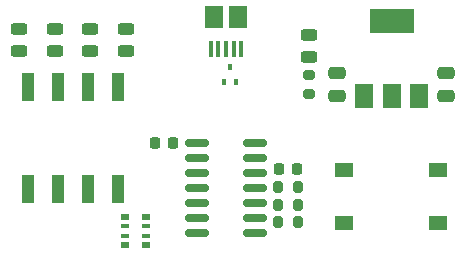
<source format=gtp>
%TF.GenerationSoftware,KiCad,Pcbnew,(6.0.2)*%
%TF.CreationDate,2022-05-16T10:18:48+01:00*%
%TF.ProjectId,mcp_breadboard,6d63705f-6272-4656-9164-626f6172642e,rev?*%
%TF.SameCoordinates,Original*%
%TF.FileFunction,Paste,Top*%
%TF.FilePolarity,Positive*%
%FSLAX46Y46*%
G04 Gerber Fmt 4.6, Leading zero omitted, Abs format (unit mm)*
G04 Created by KiCad (PCBNEW (6.0.2)) date 2022-05-16 10:18:48*
%MOMM*%
%LPD*%
G01*
G04 APERTURE LIST*
G04 Aperture macros list*
%AMRoundRect*
0 Rectangle with rounded corners*
0 $1 Rounding radius*
0 $2 $3 $4 $5 $6 $7 $8 $9 X,Y pos of 4 corners*
0 Add a 4 corners polygon primitive as box body*
4,1,4,$2,$3,$4,$5,$6,$7,$8,$9,$2,$3,0*
0 Add four circle primitives for the rounded corners*
1,1,$1+$1,$2,$3*
1,1,$1+$1,$4,$5*
1,1,$1+$1,$6,$7*
1,1,$1+$1,$8,$9*
0 Add four rect primitives between the rounded corners*
20,1,$1+$1,$2,$3,$4,$5,0*
20,1,$1+$1,$4,$5,$6,$7,0*
20,1,$1+$1,$6,$7,$8,$9,0*
20,1,$1+$1,$8,$9,$2,$3,0*%
G04 Aperture macros list end*
%ADD10RoundRect,0.250000X0.475000X-0.250000X0.475000X0.250000X-0.475000X0.250000X-0.475000X-0.250000X0*%
%ADD11RoundRect,0.200000X-0.200000X-0.275000X0.200000X-0.275000X0.200000X0.275000X-0.200000X0.275000X0*%
%ADD12RoundRect,0.243750X0.456250X-0.243750X0.456250X0.243750X-0.456250X0.243750X-0.456250X-0.243750X0*%
%ADD13R,1.500000X2.000000*%
%ADD14R,3.800000X2.000000*%
%ADD15R,0.400000X0.510000*%
%ADD16R,0.400000X1.350000*%
%ADD17R,1.500000X1.900000*%
%ADD18R,1.550000X1.300000*%
%ADD19RoundRect,0.150000X-0.825000X-0.150000X0.825000X-0.150000X0.825000X0.150000X-0.825000X0.150000X0*%
%ADD20RoundRect,0.225000X0.225000X0.250000X-0.225000X0.250000X-0.225000X-0.250000X0.225000X-0.250000X0*%
%ADD21RoundRect,0.243750X-0.456250X0.243750X-0.456250X-0.243750X0.456250X-0.243750X0.456250X0.243750X0*%
%ADD22RoundRect,0.225000X-0.225000X-0.250000X0.225000X-0.250000X0.225000X0.250000X-0.225000X0.250000X0*%
%ADD23R,1.120000X2.440000*%
%ADD24RoundRect,0.200000X-0.275000X0.200000X-0.275000X-0.200000X0.275000X-0.200000X0.275000X0.200000X0*%
%ADD25R,0.800000X0.500000*%
%ADD26R,0.800000X0.400000*%
G04 APERTURE END LIST*
D10*
%TO.C,C4*%
X68600000Y-36450000D03*
X68600000Y-34550000D03*
%TD*%
D11*
%TO.C,R2*%
X54425000Y-45650000D03*
X56075000Y-45650000D03*
%TD*%
D12*
%TO.C,D3*%
X35500000Y-32677500D03*
X35500000Y-30802500D03*
%TD*%
D13*
%TO.C,U2*%
X61710000Y-36440000D03*
D14*
X64010000Y-30140000D03*
D13*
X64010000Y-36440000D03*
X66310000Y-36440000D03*
%TD*%
D11*
%TO.C,R3*%
X54425000Y-44150000D03*
X56075000Y-44150000D03*
%TD*%
D12*
%TO.C,D4*%
X32500000Y-32677500D03*
X32500000Y-30802500D03*
%TD*%
D10*
%TO.C,C3*%
X59400000Y-36450000D03*
X59400000Y-34550000D03*
%TD*%
D15*
%TO.C,D6*%
X49831000Y-35307351D03*
X50831000Y-35307351D03*
X50331000Y-34017351D03*
%TD*%
D16*
%TO.C,J5*%
X51300000Y-32462500D03*
X50650000Y-32462500D03*
X50000000Y-32462500D03*
X49350000Y-32462500D03*
X48700000Y-32462500D03*
D17*
X49000000Y-29762500D03*
X51000000Y-29762500D03*
%TD*%
D12*
%TO.C,D1*%
X41500000Y-32677500D03*
X41500000Y-30802500D03*
%TD*%
D18*
%TO.C,SW1*%
X67975000Y-42750000D03*
X60025000Y-42750000D03*
X67975000Y-47250000D03*
X60025000Y-47250000D03*
%TD*%
D19*
%TO.C,U1*%
X47525000Y-40440000D03*
X47525000Y-41710000D03*
X47525000Y-42980000D03*
X47525000Y-44250000D03*
X47525000Y-45520000D03*
X47525000Y-46790000D03*
X47525000Y-48060000D03*
X52475000Y-48060000D03*
X52475000Y-46790000D03*
X52475000Y-45520000D03*
X52475000Y-44250000D03*
X52475000Y-42980000D03*
X52475000Y-41710000D03*
X52475000Y-40440000D03*
%TD*%
D20*
%TO.C,C1*%
X45525000Y-40450000D03*
X43975000Y-40450000D03*
%TD*%
D21*
%TO.C,D5*%
X57000000Y-31312500D03*
X57000000Y-33187500D03*
%TD*%
D12*
%TO.C,D2*%
X38500000Y-32677500D03*
X38500000Y-30802500D03*
%TD*%
D22*
%TO.C,C2*%
X54475000Y-42650000D03*
X56025000Y-42650000D03*
%TD*%
D23*
%TO.C,SW2*%
X40810000Y-35695000D03*
X38270000Y-35695000D03*
X35730000Y-35695000D03*
X33190000Y-35695000D03*
X33190000Y-44305000D03*
X35730000Y-44305000D03*
X38270000Y-44305000D03*
X40810000Y-44305000D03*
%TD*%
D24*
%TO.C,R4*%
X57000000Y-34675000D03*
X57000000Y-36325000D03*
%TD*%
D11*
%TO.C,R1*%
X54425000Y-47150000D03*
X56075000Y-47150000D03*
%TD*%
D25*
%TO.C,RN1*%
X41450000Y-46675000D03*
D26*
X41450000Y-47475000D03*
X41450000Y-48275000D03*
D25*
X41450000Y-49075000D03*
X43250000Y-49075000D03*
D26*
X43250000Y-48275000D03*
X43250000Y-47475000D03*
D25*
X43250000Y-46675000D03*
%TD*%
M02*

</source>
